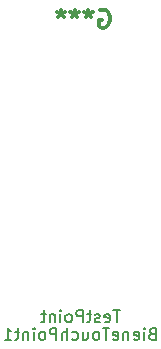
<source format=gbr>
%TF.GenerationSoftware,KiCad,Pcbnew,6.0.4*%
%TF.CreationDate,2022-05-06T01:24:21+02:00*%
%TF.ProjectId,FrisbeeMitBiene02,46726973-6265-4654-9d69-744269656e65,rev?*%
%TF.SameCoordinates,Original*%
%TF.FileFunction,AssemblyDrawing,Bot*%
%FSLAX46Y46*%
G04 Gerber Fmt 4.6, Leading zero omitted, Abs format (unit mm)*
G04 Created by KiCad (PCBNEW 6.0.4) date 2022-05-06 01:24:21*
%MOMM*%
%LPD*%
G01*
G04 APERTURE LIST*
%ADD10C,0.300000*%
%ADD11C,0.150000*%
G04 APERTURE END LIST*
D10*
%TO.C,G\u002A\u002A\u002A*%
X151380371Y-109245400D02*
X151525514Y-109172828D01*
X151743228Y-109172828D01*
X151960942Y-109245400D01*
X152106085Y-109390542D01*
X152178657Y-109535685D01*
X152251228Y-109825971D01*
X152251228Y-110043685D01*
X152178657Y-110333971D01*
X152106085Y-110479114D01*
X151960942Y-110624257D01*
X151743228Y-110696828D01*
X151598085Y-110696828D01*
X151380371Y-110624257D01*
X151307800Y-110551685D01*
X151307800Y-110043685D01*
X151598085Y-110043685D01*
X150436942Y-109172828D02*
X150436942Y-109535685D01*
X150799800Y-109390542D02*
X150436942Y-109535685D01*
X150074085Y-109390542D01*
X150654657Y-109825971D02*
X150436942Y-109535685D01*
X150219228Y-109825971D01*
X149275800Y-109172828D02*
X149275800Y-109535685D01*
X149638657Y-109390542D02*
X149275800Y-109535685D01*
X148912942Y-109390542D01*
X149493514Y-109825971D02*
X149275800Y-109535685D01*
X149058085Y-109825971D01*
X148114657Y-109172828D02*
X148114657Y-109535685D01*
X148477514Y-109390542D02*
X148114657Y-109535685D01*
X147751800Y-109390542D01*
X148332371Y-109825971D02*
X148114657Y-109535685D01*
X147896942Y-109825971D01*
D11*
%TO.C,BieneTouchPoint1*%
X153114981Y-134625540D02*
X152543552Y-134625540D01*
X152829267Y-135625540D02*
X152829267Y-134625540D01*
X151829267Y-135577921D02*
X151924505Y-135625540D01*
X152114981Y-135625540D01*
X152210219Y-135577921D01*
X152257838Y-135482683D01*
X152257838Y-135101731D01*
X152210219Y-135006493D01*
X152114981Y-134958874D01*
X151924505Y-134958874D01*
X151829267Y-135006493D01*
X151781648Y-135101731D01*
X151781648Y-135196969D01*
X152257838Y-135292207D01*
X151400695Y-135577921D02*
X151305457Y-135625540D01*
X151114981Y-135625540D01*
X151019743Y-135577921D01*
X150972124Y-135482683D01*
X150972124Y-135435064D01*
X151019743Y-135339826D01*
X151114981Y-135292207D01*
X151257838Y-135292207D01*
X151353076Y-135244588D01*
X151400695Y-135149350D01*
X151400695Y-135101731D01*
X151353076Y-135006493D01*
X151257838Y-134958874D01*
X151114981Y-134958874D01*
X151019743Y-135006493D01*
X150686409Y-134958874D02*
X150305457Y-134958874D01*
X150543552Y-134625540D02*
X150543552Y-135482683D01*
X150495933Y-135577921D01*
X150400695Y-135625540D01*
X150305457Y-135625540D01*
X149972124Y-135625540D02*
X149972124Y-134625540D01*
X149591171Y-134625540D01*
X149495933Y-134673160D01*
X149448314Y-134720779D01*
X149400695Y-134816017D01*
X149400695Y-134958874D01*
X149448314Y-135054112D01*
X149495933Y-135101731D01*
X149591171Y-135149350D01*
X149972124Y-135149350D01*
X148829267Y-135625540D02*
X148924505Y-135577921D01*
X148972124Y-135530302D01*
X149019743Y-135435064D01*
X149019743Y-135149350D01*
X148972124Y-135054112D01*
X148924505Y-135006493D01*
X148829267Y-134958874D01*
X148686409Y-134958874D01*
X148591171Y-135006493D01*
X148543552Y-135054112D01*
X148495933Y-135149350D01*
X148495933Y-135435064D01*
X148543552Y-135530302D01*
X148591171Y-135577921D01*
X148686409Y-135625540D01*
X148829267Y-135625540D01*
X148067362Y-135625540D02*
X148067362Y-134958874D01*
X148067362Y-134625540D02*
X148114981Y-134673160D01*
X148067362Y-134720779D01*
X148019743Y-134673160D01*
X148067362Y-134625540D01*
X148067362Y-134720779D01*
X147591171Y-134958874D02*
X147591171Y-135625540D01*
X147591171Y-135054112D02*
X147543552Y-135006493D01*
X147448314Y-134958874D01*
X147305457Y-134958874D01*
X147210219Y-135006493D01*
X147162600Y-135101731D01*
X147162600Y-135625540D01*
X146829267Y-134958874D02*
X146448314Y-134958874D01*
X146686409Y-134625540D02*
X146686409Y-135482683D01*
X146638790Y-135577921D01*
X146543552Y-135625540D01*
X146448314Y-135625540D01*
X155829267Y-136601731D02*
X155686409Y-136649350D01*
X155638790Y-136696969D01*
X155591171Y-136792207D01*
X155591171Y-136935064D01*
X155638790Y-137030302D01*
X155686409Y-137077921D01*
X155781648Y-137125540D01*
X156162600Y-137125540D01*
X156162600Y-136125540D01*
X155829267Y-136125540D01*
X155734028Y-136173160D01*
X155686409Y-136220779D01*
X155638790Y-136316017D01*
X155638790Y-136411255D01*
X155686409Y-136506493D01*
X155734028Y-136554112D01*
X155829267Y-136601731D01*
X156162600Y-136601731D01*
X155162600Y-137125540D02*
X155162600Y-136458874D01*
X155162600Y-136125540D02*
X155210219Y-136173160D01*
X155162600Y-136220779D01*
X155114981Y-136173160D01*
X155162600Y-136125540D01*
X155162600Y-136220779D01*
X154305457Y-137077921D02*
X154400695Y-137125540D01*
X154591171Y-137125540D01*
X154686409Y-137077921D01*
X154734028Y-136982683D01*
X154734028Y-136601731D01*
X154686409Y-136506493D01*
X154591171Y-136458874D01*
X154400695Y-136458874D01*
X154305457Y-136506493D01*
X154257838Y-136601731D01*
X154257838Y-136696969D01*
X154734028Y-136792207D01*
X153829267Y-136458874D02*
X153829267Y-137125540D01*
X153829267Y-136554112D02*
X153781648Y-136506493D01*
X153686409Y-136458874D01*
X153543552Y-136458874D01*
X153448314Y-136506493D01*
X153400695Y-136601731D01*
X153400695Y-137125540D01*
X152543552Y-137077921D02*
X152638790Y-137125540D01*
X152829267Y-137125540D01*
X152924505Y-137077921D01*
X152972124Y-136982683D01*
X152972124Y-136601731D01*
X152924505Y-136506493D01*
X152829267Y-136458874D01*
X152638790Y-136458874D01*
X152543552Y-136506493D01*
X152495933Y-136601731D01*
X152495933Y-136696969D01*
X152972124Y-136792207D01*
X152210219Y-136125540D02*
X151638790Y-136125540D01*
X151924505Y-137125540D02*
X151924505Y-136125540D01*
X151162600Y-137125540D02*
X151257838Y-137077921D01*
X151305457Y-137030302D01*
X151353076Y-136935064D01*
X151353076Y-136649350D01*
X151305457Y-136554112D01*
X151257838Y-136506493D01*
X151162600Y-136458874D01*
X151019743Y-136458874D01*
X150924505Y-136506493D01*
X150876886Y-136554112D01*
X150829267Y-136649350D01*
X150829267Y-136935064D01*
X150876886Y-137030302D01*
X150924505Y-137077921D01*
X151019743Y-137125540D01*
X151162600Y-137125540D01*
X149972124Y-136458874D02*
X149972124Y-137125540D01*
X150400695Y-136458874D02*
X150400695Y-136982683D01*
X150353076Y-137077921D01*
X150257838Y-137125540D01*
X150114981Y-137125540D01*
X150019743Y-137077921D01*
X149972124Y-137030302D01*
X149067362Y-137077921D02*
X149162600Y-137125540D01*
X149353076Y-137125540D01*
X149448314Y-137077921D01*
X149495933Y-137030302D01*
X149543552Y-136935064D01*
X149543552Y-136649350D01*
X149495933Y-136554112D01*
X149448314Y-136506493D01*
X149353076Y-136458874D01*
X149162600Y-136458874D01*
X149067362Y-136506493D01*
X148638790Y-137125540D02*
X148638790Y-136125540D01*
X148210219Y-137125540D02*
X148210219Y-136601731D01*
X148257838Y-136506493D01*
X148353076Y-136458874D01*
X148495933Y-136458874D01*
X148591171Y-136506493D01*
X148638790Y-136554112D01*
X147734028Y-137125540D02*
X147734028Y-136125540D01*
X147353076Y-136125540D01*
X147257838Y-136173160D01*
X147210219Y-136220779D01*
X147162600Y-136316017D01*
X147162600Y-136458874D01*
X147210219Y-136554112D01*
X147257838Y-136601731D01*
X147353076Y-136649350D01*
X147734028Y-136649350D01*
X146591171Y-137125540D02*
X146686409Y-137077921D01*
X146734028Y-137030302D01*
X146781648Y-136935064D01*
X146781648Y-136649350D01*
X146734028Y-136554112D01*
X146686409Y-136506493D01*
X146591171Y-136458874D01*
X146448314Y-136458874D01*
X146353076Y-136506493D01*
X146305457Y-136554112D01*
X146257838Y-136649350D01*
X146257838Y-136935064D01*
X146305457Y-137030302D01*
X146353076Y-137077921D01*
X146448314Y-137125540D01*
X146591171Y-137125540D01*
X145829267Y-137125540D02*
X145829267Y-136458874D01*
X145829267Y-136125540D02*
X145876886Y-136173160D01*
X145829267Y-136220779D01*
X145781648Y-136173160D01*
X145829267Y-136125540D01*
X145829267Y-136220779D01*
X145353076Y-136458874D02*
X145353076Y-137125540D01*
X145353076Y-136554112D02*
X145305457Y-136506493D01*
X145210219Y-136458874D01*
X145067362Y-136458874D01*
X144972124Y-136506493D01*
X144924505Y-136601731D01*
X144924505Y-137125540D01*
X144591171Y-136458874D02*
X144210219Y-136458874D01*
X144448314Y-136125540D02*
X144448314Y-136982683D01*
X144400695Y-137077921D01*
X144305457Y-137125540D01*
X144210219Y-137125540D01*
X143353076Y-137125540D02*
X143924505Y-137125540D01*
X143638790Y-137125540D02*
X143638790Y-136125540D01*
X143734028Y-136268398D01*
X143829267Y-136363636D01*
X143924505Y-136411255D01*
%TD*%
M02*

</source>
